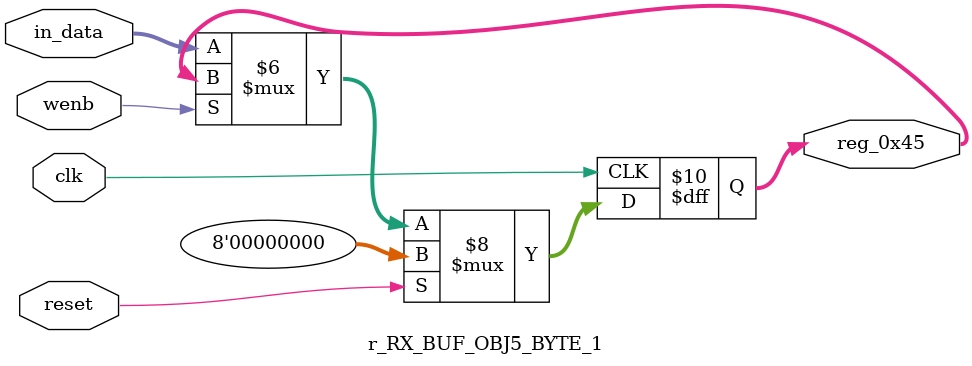
<source format=v>
module r_RX_BUF_OBJ5_BYTE_1(output reg [7:0] reg_0x45, input wire reset, input wire wenb, input wire [7:0] in_data, input wire clk);
	always@(posedge clk)
	begin
		if(reset==0) begin
			if(wenb==0)
				reg_0x45<=in_data;
			else
				reg_0x45<=reg_0x45;
		end
		else
			reg_0x45<=8'h00;
	end
endmodule
</source>
